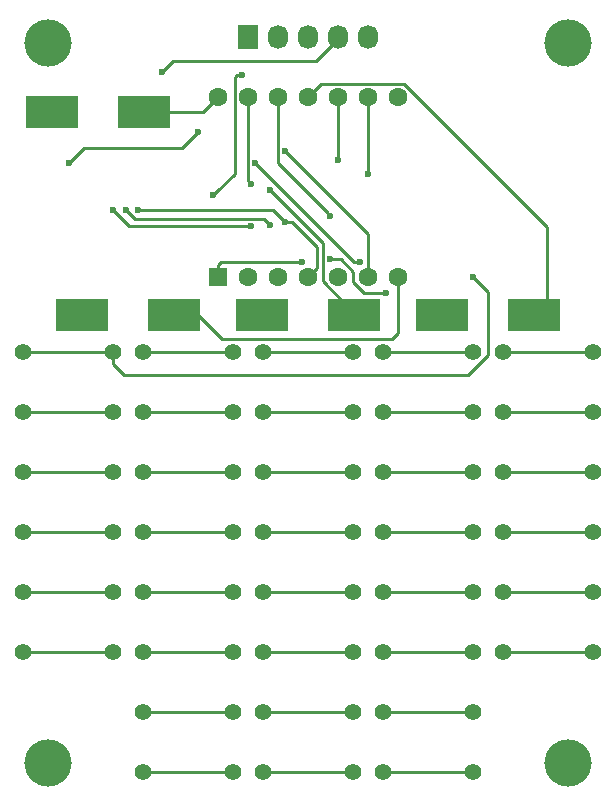
<source format=gtl>
%TF.GenerationSoftware,KiCad,Pcbnew,(after 2015-mar-04 BZR unknown)-product*%
%TF.CreationDate,2015-05-12T22:31:50+02:00*%
%TF.JobID,7seg_htk16k33,377365675F68746B31366B33332E6B69,rev?*%
%TF.FileFunction,Copper,L1,Top,Signal*%
%FSLAX46Y46*%
G04 Gerber Fmt 4.6, Leading zero omitted, Abs format (unit mm)*
G04 Created by KiCad (PCBNEW (after 2015-mar-04 BZR unknown)-product) date 12/05/2015 22:31:50*
%MOMM*%
G01*
G04 APERTURE LIST*
%ADD10C,0.020000*%
%ADD11C,4.000000*%
%ADD12C,1.397000*%
%ADD13R,4.498340X2.700020*%
%ADD14R,1.600000X1.600000*%
%ADD15C,1.600000*%
%ADD16R,1.727200X2.032000*%
%ADD17O,1.727200X2.032000*%
%ADD18C,0.600000*%
%ADD19C,0.250000*%
G04 APERTURE END LIST*
D10*
D11*
X47000000Y-64000000D03*
X3000000Y-64000000D03*
X3000000Y-3000000D03*
D12*
X49130000Y-29210000D03*
X49130000Y-34290000D03*
X41510000Y-29210000D03*
X41510000Y-34290000D03*
D13*
X3318560Y-8890000D03*
X11121440Y-8890000D03*
X36338560Y-26035000D03*
X44141440Y-26035000D03*
X5858560Y-26035000D03*
X13661440Y-26035000D03*
X21098560Y-26035000D03*
X28901440Y-26035000D03*
D14*
X17380000Y-22860000D03*
D15*
X19920000Y-22860000D03*
X22460000Y-22860000D03*
X25000000Y-22860000D03*
X27540000Y-22860000D03*
X30080000Y-22860000D03*
X32620000Y-22860000D03*
X32620000Y-7620000D03*
X30080000Y-7620000D03*
X27540000Y-7620000D03*
X25000000Y-7620000D03*
X22460000Y-7620000D03*
X19920000Y-7620000D03*
X17380000Y-7620000D03*
D16*
X19920000Y-2540000D03*
D17*
X22460000Y-2540000D03*
X25000000Y-2540000D03*
X27540000Y-2540000D03*
X30080000Y-2540000D03*
D12*
X18650000Y-29210000D03*
X18650000Y-34290000D03*
X11030000Y-29210000D03*
X11030000Y-34290000D03*
X18650000Y-39370000D03*
X18650000Y-44450000D03*
X11030000Y-39370000D03*
X11030000Y-44450000D03*
X18650000Y-49530000D03*
X18650000Y-54610000D03*
X11030000Y-49530000D03*
X11030000Y-54610000D03*
X28810000Y-29210000D03*
X28810000Y-34290000D03*
X21190000Y-29210000D03*
X21190000Y-34290000D03*
X28810000Y-39370000D03*
X28810000Y-44450000D03*
X21190000Y-39370000D03*
X21190000Y-44450000D03*
X28810000Y-49530000D03*
X28810000Y-54610000D03*
X21190000Y-49530000D03*
X21190000Y-54610000D03*
X38970000Y-29210000D03*
X38970000Y-34290000D03*
X31350000Y-29210000D03*
X31350000Y-34290000D03*
X38970000Y-39370000D03*
X38970000Y-44450000D03*
X31350000Y-39370000D03*
X31350000Y-44450000D03*
X38970000Y-49530000D03*
X38970000Y-54610000D03*
X31350000Y-49530000D03*
X31350000Y-54610000D03*
X38970000Y-59690000D03*
X38970000Y-64770000D03*
X31350000Y-59690000D03*
X31350000Y-64770000D03*
X28810000Y-59690000D03*
X28810000Y-64770000D03*
X21190000Y-59690000D03*
X21190000Y-64770000D03*
X18650000Y-59690000D03*
X18650000Y-64770000D03*
X11030000Y-59690000D03*
X11030000Y-64770000D03*
X8490000Y-29210000D03*
X8490000Y-34290000D03*
X870000Y-29210000D03*
X870000Y-34290000D03*
X8490000Y-39370000D03*
X8490000Y-44450000D03*
X870000Y-39370000D03*
X870000Y-44450000D03*
X8490000Y-49530000D03*
X8490000Y-54610000D03*
X870000Y-49530000D03*
X870000Y-54610000D03*
X49130000Y-39370000D03*
X49130000Y-44450000D03*
X41510000Y-39370000D03*
X41510000Y-44450000D03*
X49130000Y-49530000D03*
X49130000Y-54610000D03*
X41510000Y-49530000D03*
X41510000Y-54610000D03*
D11*
X47000000Y-3000000D03*
D18*
X10649000Y-17145000D03*
X23095000Y-18161000D03*
X9633000Y-17145000D03*
X21825000Y-18415000D03*
X30080000Y-14097000D03*
X8490000Y-17145000D03*
X20174000Y-18532020D03*
X20174000Y-14986000D03*
X4807000Y-13208000D03*
X15729000Y-10541000D03*
X12681000Y-5461000D03*
X20555000Y-13207997D03*
X29445000Y-21590000D03*
X21825002Y-15494000D03*
X27540000Y-12954000D03*
X24464422Y-21590000D03*
X23094999Y-12192001D03*
X26905000Y-17653000D03*
X31604000Y-24184988D03*
X26905000Y-21336000D03*
X19412000Y-5715000D03*
X16999000Y-15875002D03*
X38970000Y-22860000D03*
D19*
X23095000Y-18161000D02*
X22079000Y-17145000D01*
X22079000Y-17145000D02*
X10649000Y-17145000D01*
X25000000Y-22860000D02*
X25799999Y-22060001D01*
X23646270Y-18161000D02*
X23519264Y-18161000D01*
X23519264Y-18161000D02*
X23095000Y-18161000D01*
X25799999Y-22060001D02*
X25799999Y-20314729D01*
X25799999Y-20314729D02*
X23646270Y-18161000D01*
X21825000Y-18415000D02*
X21317000Y-17907000D01*
X21317000Y-17907000D02*
X10395000Y-17907000D01*
X10395000Y-17907000D02*
X9633000Y-17145000D01*
X30080000Y-7620000D02*
X30080000Y-14097000D01*
X20174000Y-18532020D02*
X9877020Y-18532020D01*
X9877020Y-18532020D02*
X8490000Y-17145000D01*
X19920000Y-14732000D02*
X20174000Y-14986000D01*
X19920000Y-7620000D02*
X19920000Y-14732000D01*
X14332000Y-11938000D02*
X6077000Y-11938000D01*
X6077000Y-11938000D02*
X4807000Y-13208000D01*
X15729000Y-10541000D02*
X14332000Y-11938000D01*
X25660400Y-4572000D02*
X13570000Y-4572000D01*
X13570000Y-4572000D02*
X12681000Y-5461000D01*
X27540000Y-2540000D02*
X27540000Y-2692400D01*
X27540000Y-2692400D02*
X25660400Y-4572000D01*
X12221260Y-8890000D02*
X16110000Y-8890000D01*
X16110000Y-8890000D02*
X17380000Y-7620000D01*
X41510000Y-34290000D02*
X49130000Y-34290000D01*
X8490000Y-34290000D02*
X870000Y-34290000D01*
X31350000Y-64770000D02*
X38970000Y-64770000D01*
X31350000Y-34290000D02*
X38970000Y-34290000D01*
X21190000Y-34290000D02*
X28810000Y-34290000D01*
X11030000Y-34290000D02*
X18650000Y-34290000D01*
X25000000Y-7620000D02*
X26125001Y-6494999D01*
X26125001Y-6494999D02*
X33160001Y-6494999D01*
X33160001Y-6494999D02*
X45241260Y-18576258D01*
X45241260Y-18576258D02*
X45241260Y-26035000D01*
X41510000Y-44450000D02*
X49130000Y-44450000D01*
X8490000Y-44450000D02*
X870000Y-44450000D01*
X27540000Y-64770000D02*
X28810000Y-64770000D01*
X21190000Y-64770000D02*
X27540000Y-64770000D01*
X31350000Y-44450000D02*
X38970000Y-44450000D01*
X21190000Y-44450000D02*
X28810000Y-44450000D01*
X11030000Y-44450000D02*
X18650000Y-44450000D01*
X29445000Y-21590000D02*
X28937003Y-21590000D01*
X20854999Y-13507996D02*
X20555000Y-13207997D01*
X28937003Y-21590000D02*
X20854999Y-13507996D01*
X17692420Y-28067000D02*
X32112000Y-28067000D01*
X32620000Y-23991370D02*
X32620000Y-22860000D01*
X32112000Y-28067000D02*
X32620000Y-27559000D01*
X32620000Y-27559000D02*
X32620000Y-23991370D01*
X14761260Y-26035000D02*
X15660420Y-26035000D01*
X15660420Y-26035000D02*
X17692420Y-28067000D01*
X41510000Y-54610000D02*
X49130000Y-54610000D01*
X8490000Y-54610000D02*
X870000Y-54610000D01*
X11030000Y-64770000D02*
X18650000Y-64770000D01*
X31350000Y-54610000D02*
X38970000Y-54610000D01*
X21190000Y-54610000D02*
X28810000Y-54610000D01*
X11030000Y-54610000D02*
X18650000Y-54610000D01*
X26279999Y-19948997D02*
X22125001Y-15793999D01*
X26279999Y-23212899D02*
X26279999Y-19948997D01*
X29102100Y-26035000D02*
X26279999Y-23212899D01*
X30001260Y-26035000D02*
X29102100Y-26035000D01*
X22125001Y-15793999D02*
X21825002Y-15494000D01*
X27540000Y-7620000D02*
X27540000Y-12954000D01*
X24464422Y-21590000D02*
X17600000Y-21590000D01*
X17600000Y-21590000D02*
X17380000Y-21810000D01*
X17380000Y-21810000D02*
X17380000Y-22860000D01*
X23394998Y-12492000D02*
X23094999Y-12192001D01*
X30080000Y-19177002D02*
X23394998Y-12492000D01*
X30080000Y-22860000D02*
X30080000Y-19177002D01*
X26605001Y-17353001D02*
X26905000Y-17653000D01*
X22460000Y-13208000D02*
X26605001Y-17353001D01*
X22460000Y-7620000D02*
X22460000Y-13208000D01*
X28810000Y-22375227D02*
X28810000Y-23255002D01*
X28810000Y-23255002D02*
X29739986Y-24184988D01*
X29739986Y-24184988D02*
X31179736Y-24184988D01*
X31179736Y-24184988D02*
X31604000Y-24184988D01*
X26905000Y-21336000D02*
X27770773Y-21336000D01*
X27770773Y-21336000D02*
X28810000Y-22375227D01*
X18794999Y-6357401D02*
X18794999Y-6617695D01*
X18794999Y-6617695D02*
X18794999Y-14079003D01*
X18987736Y-5715000D02*
X18794999Y-5907737D01*
X19412000Y-5715000D02*
X18987736Y-5715000D01*
X18794999Y-5907737D02*
X18794999Y-6617695D01*
X18794999Y-14079003D02*
X17298999Y-15575003D01*
X22460000Y-2540000D02*
X22460000Y-2692400D01*
X17298999Y-15575003D02*
X16999000Y-15875002D01*
X18650000Y-49530000D02*
X11030000Y-49530000D01*
X11030000Y-39370000D02*
X18650000Y-39370000D01*
X11030000Y-29210000D02*
X18650000Y-29210000D01*
X21190000Y-49530000D02*
X28810000Y-49530000D01*
X21190000Y-39370000D02*
X28810000Y-39370000D01*
X21190000Y-29210000D02*
X28810000Y-29210000D01*
X31350000Y-49530000D02*
X38970000Y-49530000D01*
X31350000Y-39370000D02*
X38970000Y-39370000D01*
X31350000Y-29210000D02*
X38970000Y-29210000D01*
X38970000Y-59690000D02*
X31350000Y-59690000D01*
X21190000Y-59690000D02*
X28810000Y-59690000D01*
X11030000Y-59690000D02*
X18650000Y-59690000D01*
X38970000Y-22860000D02*
X40240000Y-24130000D01*
X40240000Y-24130000D02*
X40240000Y-29454782D01*
X38589781Y-31105001D02*
X9397173Y-31105001D01*
X40240000Y-29454782D02*
X38589781Y-31105001D01*
X9397173Y-31105001D02*
X8490000Y-30197828D01*
X8490000Y-30197828D02*
X8490000Y-29210000D01*
X8490000Y-49530000D02*
X870000Y-49530000D01*
X8490000Y-39370000D02*
X870000Y-39370000D01*
X870000Y-29210000D02*
X8490000Y-29210000D01*
X41510000Y-49530000D02*
X49130000Y-49530000D01*
X41510000Y-39370000D02*
X49130000Y-39370000D01*
X41510000Y-29210000D02*
X49130000Y-29210000D01*
M02*

</source>
